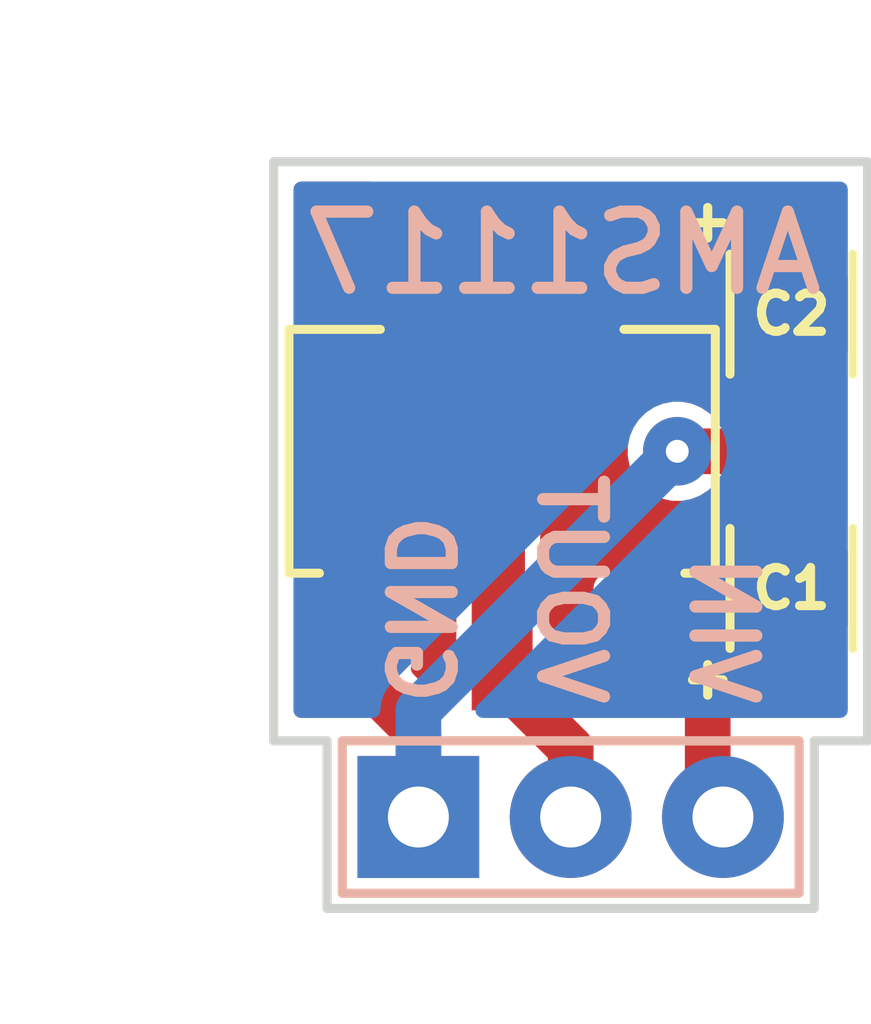
<source format=kicad_pcb>
(kicad_pcb (version 4) (host pcbnew 4.0.2-stable)

  (general
    (links 8)
    (no_connects 0)
    (area 41.452799 34.594799 51.511201 47.193201)
    (thickness 1.6)
    (drawings 20)
    (tracks 17)
    (zones 0)
    (modules 4)
    (nets 4)
  )

  (page User 101.6 101.6)
  (title_block
    (title "AMS1117 Breakout")
    (date 2016-05-31)
    (rev 1)
  )

  (layers
    (0 F.Cu mixed)
    (31 B.Cu mixed)
    (35 F.Paste user hide)
    (36 B.SilkS user)
    (37 F.SilkS user)
    (38 B.Mask user hide)
    (39 F.Mask user hide)
    (40 Dwgs.User user)
    (44 Edge.Cuts user)
  )

  (setup
    (last_trace_width 0.762)
    (trace_clearance 0.254)
    (zone_clearance 0.254)
    (zone_45_only no)
    (trace_min 0.1524)
    (segment_width 0.1524)
    (edge_width 0.1524)
    (via_size 1.143)
    (via_drill 0.381)
    (via_min_size 0.6858)
    (via_min_drill 0.3302)
    (uvia_size 1.143)
    (uvia_drill 0.381)
    (uvias_allowed no)
    (uvia_min_size 0.6858)
    (uvia_min_drill 0.3302)
    (pcb_text_width 0.1524)
    (pcb_text_size 0.635 0.635)
    (mod_edge_width 0.1524)
    (mod_text_size 0.635 0.635)
    (mod_text_width 0.1524)
    (pad_size 1.524 1.524)
    (pad_drill 0.762)
    (pad_to_mask_clearance 0)
    (pad_to_paste_clearance -0.0762)
    (aux_axis_origin 41.529 34.671)
    (grid_origin 41.529 34.671)
    (visible_elements FFFEFF7F)
    (pcbplotparams
      (layerselection 0x010f8_80000001)
      (usegerberextensions true)
      (excludeedgelayer true)
      (linewidth 0.203200)
      (plotframeref false)
      (viasonmask false)
      (mode 1)
      (useauxorigin false)
      (hpglpennumber 1)
      (hpglpenspeed 20)
      (hpglpendiameter 15)
      (hpglpenoverlay 2)
      (psnegative false)
      (psa4output false)
      (plotreference true)
      (plotvalue true)
      (plotinvisibletext false)
      (padsonsilk false)
      (subtractmaskfromsilk false)
      (outputformat 1)
      (mirror false)
      (drillshape 0)
      (scaleselection 1)
      (outputdirectory gerber/))
  )

  (net 0 "")
  (net 1 GND)
  (net 2 VCC)
  (net 3 VDD)

  (net_class Default "This is the default net class."
    (clearance 0.254)
    (trace_width 0.762)
    (via_dia 1.143)
    (via_drill 0.381)
    (uvia_dia 1.143)
    (uvia_drill 0.381)
    (add_net GND)
    (add_net VCC)
    (add_net VDD)
  )

  (module Capacitors_SMD:C_1206 (layer F.Cu) (tedit 57551598) (tstamp 57550B48)
    (at 50.165 41.783 90)
    (descr "Capacitor SMD 1206, reflow soldering, AVX (see smccp.pdf)")
    (tags "capacitor 1206")
    (path /57550825)
    (attr smd)
    (fp_text reference C1 (at 0 0 180) (layer F.SilkS)
      (effects (font (size 0.635 0.635) (thickness 0.1524)))
    )
    (fp_text value 22uF (at 0 2.3 90) (layer F.Fab)
      (effects (font (size 0.635 0.635) (thickness 0.1524)))
    )
    (fp_line (start -2.3 -1.15) (end 2.3 -1.15) (layer F.CrtYd) (width 0.05))
    (fp_line (start -2.3 1.15) (end 2.3 1.15) (layer F.CrtYd) (width 0.05))
    (fp_line (start -2.3 -1.15) (end -2.3 1.15) (layer F.CrtYd) (width 0.05))
    (fp_line (start 2.3 -1.15) (end 2.3 1.15) (layer F.CrtYd) (width 0.05))
    (fp_line (start 1 -1.025) (end -1 -1.025) (layer F.SilkS) (width 0.15))
    (fp_line (start -1 1.025) (end 1 1.025) (layer F.SilkS) (width 0.15))
    (pad 1 smd rect (at -1.5 0 90) (size 1 1.6) (layers F.Cu F.Paste F.Mask)
      (net 3 VDD))
    (pad 2 smd rect (at 1.5 0 90) (size 1 1.6) (layers F.Cu F.Paste F.Mask)
      (net 1 GND))
    (model Capacitors_SMD.3dshapes/C_1206.wrl
      (at (xyz 0 0 0))
      (scale (xyz 1 1 1))
      (rotate (xyz 0 0 0))
    )
  )

  (module Capacitors_SMD:C_1206 (layer F.Cu) (tedit 575515A0) (tstamp 57550B4E)
    (at 50.165 37.211 270)
    (descr "Capacitor SMD 1206, reflow soldering, AVX (see smccp.pdf)")
    (tags "capacitor 1206")
    (path /5755089C)
    (attr smd)
    (fp_text reference C2 (at 0 0 360) (layer F.SilkS)
      (effects (font (size 0.635 0.635) (thickness 0.1524)))
    )
    (fp_text value 22uF (at 0 2.3 270) (layer F.Fab)
      (effects (font (size 0.635 0.635) (thickness 0.1524)))
    )
    (fp_line (start -2.3 -1.15) (end 2.3 -1.15) (layer F.CrtYd) (width 0.05))
    (fp_line (start -2.3 1.15) (end 2.3 1.15) (layer F.CrtYd) (width 0.05))
    (fp_line (start -2.3 -1.15) (end -2.3 1.15) (layer F.CrtYd) (width 0.05))
    (fp_line (start 2.3 -1.15) (end 2.3 1.15) (layer F.CrtYd) (width 0.05))
    (fp_line (start 1 -1.025) (end -1 -1.025) (layer F.SilkS) (width 0.15))
    (fp_line (start -1 1.025) (end 1 1.025) (layer F.SilkS) (width 0.15))
    (pad 1 smd rect (at -1.5 0 270) (size 1 1.6) (layers F.Cu F.Paste F.Mask)
      (net 2 VCC))
    (pad 2 smd rect (at 1.5 0 270) (size 1 1.6) (layers F.Cu F.Paste F.Mask)
      (net 1 GND))
    (model Capacitors_SMD.3dshapes/C_1206.wrl
      (at (xyz 0 0 0))
      (scale (xyz 1 1 1))
      (rotate (xyz 0 0 0))
    )
  )

  (module my_footprints:SOT-223 (layer F.Cu) (tedit 575D1235) (tstamp 57550B56)
    (at 45.339 39.497)
    (descr "module CMS SOT223 4 pins")
    (tags "CMS SOT")
    (path /575505FB)
    (attr smd)
    (fp_text reference U1 (at 0 0) (layer F.SilkS) hide
      (effects (font (size 0.635 0.635) (thickness 0.1524)))
    )
    (fp_text value AMS1117-3.3 (at 0 0.762) (layer F.Fab)
      (effects (font (size 0.635 0.635) (thickness 0.1524)))
    )
    (fp_line (start 3.556 2.032) (end 3.556 -2.032) (layer F.SilkS) (width 0.15))
    (fp_line (start -3.556 -2.032) (end -3.556 2.032) (layer F.SilkS) (width 0.15))
    (fp_line (start -2.032 -2.286) (end -2.032 -4.572) (layer F.CrtYd) (width 0.05))
    (fp_line (start -2.032 -4.572) (end 2.032 -4.572) (layer F.CrtYd) (width 0.05))
    (fp_line (start 2.032 -4.572) (end 2.032 -2.286) (layer F.CrtYd) (width 0.05))
    (fp_line (start 2.032 -2.286) (end 3.683 -2.286) (layer F.CrtYd) (width 0.05))
    (fp_line (start 3.683 -2.286) (end 3.683 2.286) (layer F.CrtYd) (width 0.05))
    (fp_line (start 3.683 2.286) (end 3.048 2.286) (layer F.CrtYd) (width 0.05))
    (fp_line (start 3.048 2.286) (end 3.048 4.572) (layer F.CrtYd) (width 0.05))
    (fp_line (start 3.048 4.572) (end -3.048 4.572) (layer F.CrtYd) (width 0.05))
    (fp_line (start -3.048 4.572) (end -3.048 2.286) (layer F.CrtYd) (width 0.05))
    (fp_line (start -3.048 2.286) (end -3.683 2.286) (layer F.CrtYd) (width 0.05))
    (fp_line (start -3.683 2.286) (end -3.683 -2.286) (layer F.CrtYd) (width 0.05))
    (fp_line (start -3.683 -2.286) (end -2.032 -2.286) (layer F.CrtYd) (width 0.05))
    (fp_line (start -2.032 -2.032) (end -3.556 -2.032) (layer F.SilkS) (width 0.15))
    (fp_line (start -3.556 2.032) (end -3.048 2.032) (layer F.SilkS) (width 0.15))
    (fp_line (start 3.048 2.032) (end 3.556 2.032) (layer F.SilkS) (width 0.15))
    (fp_line (start 3.556 -2.032) (end 2.032 -2.032) (layer F.SilkS) (width 0.15))
    (pad 4 smd rect (at 0 -3.302) (size 3.6576 2.032) (layers F.Cu F.Paste F.Mask)
      (net 2 VCC))
    (pad 2 smd rect (at 0 3.302) (size 1.016 2.032) (layers F.Cu F.Paste F.Mask)
      (net 2 VCC))
    (pad 3 smd rect (at 2.286 3.302) (size 1.016 2.032) (layers F.Cu F.Paste F.Mask)
      (net 3 VDD))
    (pad 1 smd rect (at -2.286 3.302) (size 1.016 2.032) (layers F.Cu F.Paste F.Mask)
      (net 1 GND))
    (model TO_SOT_Packages_SMD.3dshapes/SOT-223.wrl
      (at (xyz 0 0 0))
      (scale (xyz 0.4 0.4 0.4))
      (rotate (xyz 0 0 0))
    )
  )

  (module my_footprints:Pin_Header_Simple_1x03 (layer F.Cu) (tedit 575BB1E2) (tstamp 5748BD94)
    (at 43.942 45.593 90)
    (descr "Through hole pin header")
    (tags "pin header")
    (path /5747FACF)
    (fp_text reference P1 (at 0 -5.1 90) (layer F.SilkS) hide
      (effects (font (size 1 1) (thickness 0.15)))
    )
    (fp_text value CONN_01X03 (at 0 -3.1 90) (layer F.Fab)
      (effects (font (size 1 1) (thickness 0.15)))
    )
    (fp_line (start -1.397 6.477) (end -1.397 -1.397) (layer F.CrtYd) (width 0.0508))
    (fp_line (start -1.397 -1.397) (end 1.397 -1.397) (layer F.CrtYd) (width 0.0508))
    (fp_line (start 1.397 -1.397) (end 1.397 6.477) (layer F.CrtYd) (width 0.0508))
    (fp_line (start 1.397 6.477) (end -1.397 6.477) (layer F.CrtYd) (width 0.0508))
    (fp_line (start 1.27 -1.27) (end 1.27 6.35) (layer F.SilkS) (width 0.1524))
    (fp_line (start -1.27 -1.27) (end -1.27 6.35) (layer F.SilkS) (width 0.1524))
    (fp_line (start -1.27 6.35) (end 1.27 6.35) (layer F.SilkS) (width 0.1524))
    (fp_line (start 1.27 -1.27) (end -1.27 -1.27) (layer F.SilkS) (width 0.1524))
    (fp_line (start -1.397 6.477) (end -1.397 -1.397) (layer B.CrtYd) (width 0.0508))
    (fp_line (start -1.397 -1.397) (end 1.397 -1.397) (layer B.CrtYd) (width 0.0508))
    (fp_line (start 1.397 -1.397) (end 1.397 6.477) (layer B.CrtYd) (width 0.0508))
    (fp_line (start 1.397 6.477) (end -1.397 6.477) (layer B.CrtYd) (width 0.0508))
    (fp_line (start 1.27 -1.27) (end 1.27 6.35) (layer B.SilkS) (width 0.1524))
    (fp_line (start -1.27 -1.27) (end -1.27 6.35) (layer B.SilkS) (width 0.1524))
    (fp_line (start -1.27 6.35) (end 1.27 6.35) (layer B.SilkS) (width 0.1524))
    (fp_line (start 1.27 -1.27) (end -1.27 -1.27) (layer B.SilkS) (width 0.1524))
    (pad 1 thru_hole rect (at 0 0 90) (size 2.032 2.032) (drill 1.016) (layers *.Cu *.Mask)
      (net 1 GND))
    (pad 2 thru_hole oval (at 0 2.54 90) (size 2.032 2.032) (drill 1.016) (layers *.Cu *.Mask)
      (net 2 VCC))
    (pad 3 thru_hole oval (at 0 5.08 90) (size 2.032 2.032) (drill 1.016) (layers *.Cu *.Mask)
      (net 3 VDD))
    (model Pin_Headers.3dshapes/Pin_Header_Straight_1x03.wrl
      (at (xyz 0 -0.1 0))
      (scale (xyz 1 1 1))
      (rotate (xyz 0 0 90))
    )
  )

  (gr_line (start 46.482 34.671) (end 46.482 47.117) (angle 90) (layer Dwgs.User) (width 0.1524))
  (dimension 9.652 (width 0.1524) (layer Dwgs.User)
    (gr_text "0.38 in" (at 39.6367 39.497 270) (layer Dwgs.User)
      (effects (font (size 0.635 0.635) (thickness 0.1524)))
    )
    (feature1 (pts (xy 41.529 44.323) (xy 39.0144 44.323)))
    (feature2 (pts (xy 41.529 34.671) (xy 39.0144 34.671)))
    (crossbar (pts (xy 40.259 34.671) (xy 40.259 44.323)))
    (arrow1a (pts (xy 40.259 44.323) (xy 39.672579 43.196496)))
    (arrow1b (pts (xy 40.259 44.323) (xy 40.845421 43.196496)))
    (arrow2a (pts (xy 40.259 34.671) (xy 39.672579 35.797504)))
    (arrow2b (pts (xy 40.259 34.671) (xy 40.845421 35.797504)))
  )
  (dimension 9.906 (width 0.1524) (layer Dwgs.User)
    (gr_text "0.39 in" (at 46.482 32.7787) (layer Dwgs.User)
      (effects (font (size 0.635 0.635) (thickness 0.1524)))
    )
    (feature1 (pts (xy 51.435 34.671) (xy 51.435 32.1564)))
    (feature2 (pts (xy 41.529 34.671) (xy 41.529 32.1564)))
    (crossbar (pts (xy 41.529 33.401) (xy 51.435 33.401)))
    (arrow1a (pts (xy 51.435 33.401) (xy 50.308496 33.987421)))
    (arrow1b (pts (xy 51.435 33.401) (xy 50.308496 32.814579)))
    (arrow2a (pts (xy 41.529 33.401) (xy 42.655504 33.987421)))
    (arrow2b (pts (xy 41.529 33.401) (xy 42.655504 32.814579)))
  )
  (dimension 8.128 (width 0.1524) (layer Dwgs.User)
    (gr_text "0.32 in" (at 46.482 49.0093) (layer Dwgs.User)
      (effects (font (size 0.635 0.635) (thickness 0.1524)))
    )
    (feature1 (pts (xy 50.546 47.117) (xy 50.546 49.6316)))
    (feature2 (pts (xy 42.418 47.117) (xy 42.418 49.6316)))
    (crossbar (pts (xy 42.418 48.387) (xy 50.546 48.387)))
    (arrow1a (pts (xy 50.546 48.387) (xy 49.419496 48.973421)))
    (arrow1b (pts (xy 50.546 48.387) (xy 49.419496 47.800579)))
    (arrow2a (pts (xy 42.418 48.387) (xy 43.544504 48.973421)))
    (arrow2b (pts (xy 42.418 48.387) (xy 43.544504 47.800579)))
  )
  (gr_text AMS1117 (at 46.355 36.195) (layer B.SilkS)
    (effects (font (size 1.27 1.27) (thickness 0.2032)) (justify mirror))
  )
  (gr_line (start 50.546 44.323) (end 51.435 44.323) (angle 90) (layer Edge.Cuts) (width 0.1524))
  (gr_line (start 41.529 44.323) (end 42.418 44.323) (angle 90) (layer Edge.Cuts) (width 0.1524))
  (gr_line (start 41.529 34.671) (end 51.435 34.671) (angle 90) (layer Edge.Cuts) (width 0.1524))
  (gr_line (start 48.768 43.053) (end 48.768 43.561) (angle 90) (layer F.SilkS) (width 0.1524))
  (gr_line (start 49.022 43.307) (end 48.514 43.307) (angle 90) (layer F.SilkS) (width 0.1524))
  (gr_line (start 48.768 35.433) (end 48.768 35.941) (angle 90) (layer F.SilkS) (width 0.1524))
  (gr_line (start 49.022 35.687) (end 48.514 35.687) (angle 90) (layer F.SilkS) (width 0.1524))
  (gr_line (start 42.418 47.117) (end 50.546 47.117) (angle 90) (layer Edge.Cuts) (width 0.1524))
  (gr_line (start 41.529 34.671) (end 41.529 44.323) (angle 90) (layer Edge.Cuts) (width 0.1524))
  (gr_line (start 51.435 44.323) (end 51.435 34.671) (angle 90) (layer Edge.Cuts) (width 0.1524))
  (gr_line (start 50.546 47.117) (end 50.546 44.323) (angle 90) (layer Edge.Cuts) (width 0.1524))
  (gr_line (start 42.418 44.323) (end 42.418 47.117) (angle 90) (layer Edge.Cuts) (width 0.1524))
  (gr_text VOUT (at 46.482 43.815 270) (layer B.SilkS)
    (effects (font (size 1.016 1.016) (thickness 0.2032)) (justify left mirror))
  )
  (gr_text GND (at 43.942 43.815 270) (layer B.SilkS)
    (effects (font (size 1.016 1.016) (thickness 0.2032)) (justify left mirror))
  )
  (gr_text VIN (at 49.022 43.815 270) (layer B.SilkS)
    (effects (font (size 1.016 1.016) (thickness 0.2032)) (justify left mirror))
  )

  (segment (start 43.942 43.815) (end 48.26 39.497) (width 0.762) (layer B.Cu) (net 1))
  (segment (start 50.165 39.497) (end 48.26 39.497) (width 0.762) (layer F.Cu) (net 1))
  (via (at 48.26 39.497) (size 1.143) (drill 0.381) (layers F.Cu B.Cu) (net 1))
  (segment (start 43.942 43.815) (end 43.942 45.593) (width 0.762) (layer B.Cu) (net 1) (tstamp 575519AF))
  (segment (start 50.165 38.735) (end 50.165 39.497) (width 0.762) (layer F.Cu) (net 1))
  (segment (start 50.165 39.497) (end 50.165 40.259) (width 0.762) (layer F.Cu) (net 1) (tstamp 57551969))
  (segment (start 43.942 45.593) (end 43.942 44.196) (width 0.762) (layer F.Cu) (net 1))
  (segment (start 43.942 44.196) (end 43.053 43.307) (width 0.762) (layer F.Cu) (net 1) (tstamp 57551867) (status 20))
  (segment (start 43.053 43.307) (end 43.053 42.799) (width 0.762) (layer F.Cu) (net 1) (tstamp 5755186A) (status 30))
  (segment (start 50.419 35.687) (end 45.339 35.687) (width 0.762) (layer F.Cu) (net 2) (status 20))
  (segment (start 45.339 35.687) (end 45.339 43.307) (width 0.762) (layer F.Cu) (net 2) (tstamp 57551858) (status 30))
  (segment (start 45.339 43.307) (end 46.482 44.45) (width 0.762) (layer F.Cu) (net 2) (tstamp 5755185B) (status 10))
  (segment (start 46.482 44.45) (end 46.482 45.593) (width 0.762) (layer F.Cu) (net 2) (tstamp 5755185C))
  (segment (start 48.768 45.339) (end 49.022 45.593) (width 0.762) (layer F.Cu) (net 3) (tstamp 57608BCC))
  (segment (start 48.768 45.339) (end 48.768 43.307) (width 0.762) (layer F.Cu) (net 3))
  (segment (start 48.768 43.307) (end 50.419 43.307) (width 0.762) (layer F.Cu) (net 3) (tstamp 57551860))
  (segment (start 47.625 43.307) (end 48.768 43.307) (width 0.762) (layer F.Cu) (net 3) (status 10))

  (zone (net 0) (net_name "") (layer F.Cu) (tstamp 5748D015) (hatch edge 0.508)
    (connect_pads (clearance 0.254))
    (min_thickness 0.254)
    (fill yes (arc_segments 32) (thermal_gap 0.254) (thermal_bridge_width 0.381))
    (polygon
      (pts
        (xy 41.529 34.671) (xy 51.435 34.671) (xy 51.435 43.942) (xy 41.529 43.942)
      )
    )
    (filled_polygon
      (pts
        (xy 43.127357 35.179) (xy 43.127357 37.211) (xy 43.132195 37.271673) (xy 43.164064 37.37458) (xy 43.22334 37.464535)
        (xy 43.30533 37.534415) (xy 43.403542 37.578686) (xy 43.5102 37.593843) (xy 44.577 37.593843) (xy 44.577 41.496686)
        (xy 44.507585 41.57813) (xy 44.463314 41.676342) (xy 44.448157 41.783) (xy 44.448157 43.624527) (xy 43.943843 43.120213)
        (xy 43.943843 41.783) (xy 43.939005 41.722327) (xy 43.907136 41.61942) (xy 43.84786 41.529465) (xy 43.76587 41.459585)
        (xy 43.667658 41.415314) (xy 43.561 41.400157) (xy 42.545 41.400157) (xy 42.484327 41.404995) (xy 42.38142 41.436864)
        (xy 42.291465 41.49614) (xy 42.221585 41.57813) (xy 42.177314 41.676342) (xy 42.162157 41.783) (xy 42.162157 43.815)
        (xy 41.9862 43.815) (xy 41.9862 35.1282) (xy 43.134576 35.1282)
      )
    )
    (filled_polygon
      (pts
        (xy 49.07814 36.464535) (xy 49.16013 36.534415) (xy 49.258342 36.578686) (xy 49.365 36.593843) (xy 50.965 36.593843)
        (xy 50.9778 36.592822) (xy 50.9778 37.829976) (xy 50.965 37.828157) (xy 49.365 37.828157) (xy 49.304327 37.832995)
        (xy 49.20142 37.864864) (xy 49.111465 37.92414) (xy 49.041585 38.00613) (xy 48.997314 38.104342) (xy 48.982157 38.211)
        (xy 48.982157 38.735) (xy 48.83371 38.735) (xy 48.715224 38.65508) (xy 48.543025 38.582694) (xy 48.360045 38.545134)
        (xy 48.173255 38.54383) (xy 47.989768 38.578832) (xy 47.816575 38.648807) (xy 47.660272 38.751089) (xy 47.526812 38.881782)
        (xy 47.421279 39.035909) (xy 47.347693 39.207599) (xy 47.308856 39.390312) (xy 47.306248 39.577089) (xy 47.339968 39.760815)
        (xy 47.408732 39.934493) (xy 47.50992 40.091506) (xy 47.639679 40.225875) (xy 47.793065 40.332482) (xy 47.964237 40.407265)
        (xy 48.146674 40.447376) (xy 48.333428 40.451288) (xy 48.517386 40.418852) (xy 48.691539 40.351302) (xy 48.836983 40.259)
        (xy 48.982157 40.259) (xy 48.982157 40.783) (xy 48.986995 40.843673) (xy 49.018864 40.94658) (xy 49.07814 41.036535)
        (xy 49.16013 41.106415) (xy 49.258342 41.150686) (xy 49.365 41.165843) (xy 50.965 41.165843) (xy 50.9778 41.164822)
        (xy 50.9778 42.401976) (xy 50.965 42.400157) (xy 49.365 42.400157) (xy 49.304327 42.404995) (xy 49.20142 42.436864)
        (xy 49.111465 42.49614) (xy 49.069822 42.545) (xy 48.515843 42.545) (xy 48.515843 41.783) (xy 48.511005 41.722327)
        (xy 48.479136 41.61942) (xy 48.41986 41.529465) (xy 48.33787 41.459585) (xy 48.239658 41.415314) (xy 48.133 41.400157)
        (xy 47.117 41.400157) (xy 47.056327 41.404995) (xy 46.95342 41.436864) (xy 46.863465 41.49614) (xy 46.793585 41.57813)
        (xy 46.749314 41.676342) (xy 46.734157 41.783) (xy 46.734157 43.624527) (xy 46.229843 43.120213) (xy 46.229843 41.783)
        (xy 46.225005 41.722327) (xy 46.193136 41.61942) (xy 46.13386 41.529465) (xy 46.101 41.501458) (xy 46.101 37.593843)
        (xy 47.1678 37.593843) (xy 47.228473 37.589005) (xy 47.33138 37.557136) (xy 47.421335 37.49786) (xy 47.491215 37.41587)
        (xy 47.535486 37.317658) (xy 47.550643 37.211) (xy 47.550643 36.449) (xy 49.067903 36.449)
      )
    )
  )
  (zone (net 0) (net_name "") (layer B.Cu) (tstamp 5748D015) (hatch edge 0.508)
    (connect_pads (clearance 0.254))
    (min_thickness 0.254)
    (fill yes (arc_segments 32) (thermal_gap 0.254) (thermal_bridge_width 0.381))
    (polygon
      (pts
        (xy 41.529 34.671) (xy 51.435 34.671) (xy 51.435 43.942) (xy 41.529 43.942)
      )
    )
    (filled_polygon
      (pts
        (xy 50.9778 43.815) (xy 45.01963 43.815) (xy 48.394027 40.440603) (xy 48.517386 40.418852) (xy 48.691539 40.351302)
        (xy 48.849255 40.251212) (xy 48.984527 40.122395) (xy 49.092201 39.969756) (xy 49.168178 39.799111) (xy 49.209562 39.616958)
        (xy 49.212541 39.403603) (xy 49.176259 39.220365) (xy 49.105077 39.047665) (xy 49.001706 38.892079) (xy 48.870084 38.759535)
        (xy 48.715224 38.65508) (xy 48.543025 38.582694) (xy 48.360045 38.545134) (xy 48.173255 38.54383) (xy 47.989768 38.578832)
        (xy 47.816575 38.648807) (xy 47.660272 38.751089) (xy 47.526812 38.881782) (xy 47.421279 39.035909) (xy 47.347693 39.207599)
        (xy 47.3142 39.36517) (xy 43.403185 43.276185) (xy 43.358488 43.330599) (xy 43.313264 43.384495) (xy 43.311336 43.388003)
        (xy 43.308789 43.391103) (xy 43.27551 43.453169) (xy 43.241619 43.514816) (xy 43.240407 43.518636) (xy 43.238514 43.522167)
        (xy 43.217939 43.589464) (xy 43.196652 43.656571) (xy 43.196205 43.660554) (xy 43.195034 43.664385) (xy 43.187925 43.734373)
        (xy 43.180074 43.804361) (xy 43.180019 43.812197) (xy 43.180005 43.81234) (xy 43.180018 43.812473) (xy 43.18 43.815)
        (xy 41.9862 43.815) (xy 41.9862 35.1282) (xy 50.9778 35.1282)
      )
    )
  )
)

</source>
